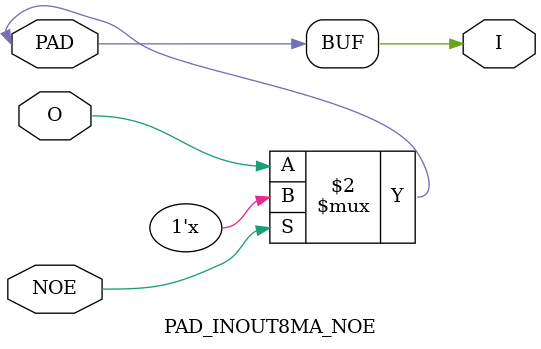
<source format=v>

`timescale 1ns/1ps

module PAD_INOUT8MA_NOE (
   // Inouts
   PAD, 
   // Outputs
   O, 
   // Inputs
   I,
   NOE
   );
   inout PAD;
   output I;
   input O;
   input NOE;

   bufif1 #2 (PAD, O, ~NOE);
   buf #1 (I, PAD);
endmodule // PAD_INOUT8MA_NOE

</source>
